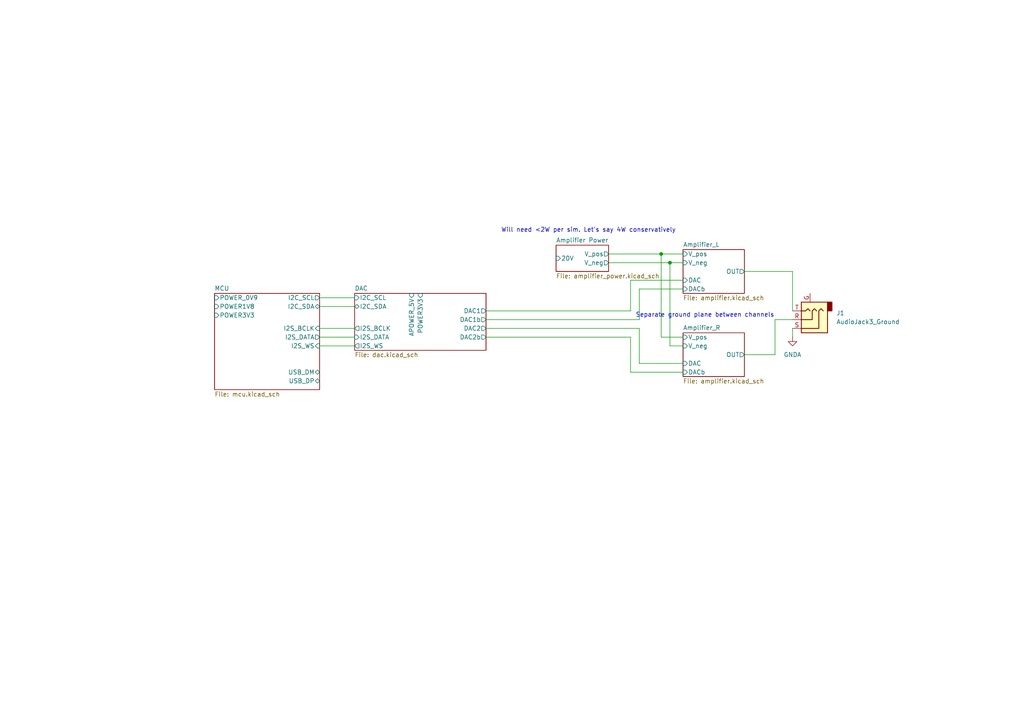
<source format=kicad_sch>
(kicad_sch (version 20250114) (generator "eeschema") (generator_version "9.0")
  (paper "A4")
  (lib_symbols
    (symbol "Connector_Audio:AudioJack3_Ground"
      (property "Reference" "J" (at 0 8.89 0))
      (property "Value" "AudioJack3_Ground" (at 0 6.35 0))
      (symbol "AudioJack3_Ground_0_1"
        (rectangle (start -5.08 -2.54) (end -6.35 -5.08) (stroke (width 0.254)) (fill (type outline)))
        (polyline (pts (xy -1.905 -2.54) (xy -1.27 -3.175) (xy -0.635 -2.54) (xy -0.635 0) (xy 2.54 0)) (stroke (width 0.254)))
        (polyline (pts (xy 0 -2.54) (xy 0.635 -3.175) (xy 1.27 -2.54) (xy 2.54 -2.54)) (stroke (width 0.254)))
        (rectangle (start 2.54 3.81) (end -5.08 -5.08) (stroke (width 0.254)) (fill (type background)))
        (polyline (pts (xy 2.54 2.54) (xy -2.54 2.54) (xy -2.54 -2.54) (xy -3.175 -3.175) (xy -3.81 -2.54)) (stroke (width 0.254)))
      )
      (symbol "AudioJack3_Ground_1_1"
        (pin passive line (at 0 -7.62 90) (length 2.54) (name "~") (number "G"))
        (pin passive line (at 5.08 2.54 180) (length 2.54) (name "~") (number "S"))
        (pin passive line (at 5.08 0 180) (length 2.54) (name "~") (number "R"))
        (pin passive line (at 5.08 -2.54 180) (length 2.54) (name "~") (number "T"))
      )
    )
    (symbol "power:GNDA" (power) (pin_numbers (hide yes)) (pin_names (offset 0) (hide yes))
      (property "Value" "GNDA" (at 0 -3.81 0))
      (symbol "GNDA_0_1"
        (polyline (pts (xy 0 0) (xy 0 -1.27) (xy 1.27 -1.27) (xy 0 -2.54) (xy -1.27 -1.27) (xy 0 -1.27)))
      )
      (symbol "GNDA_1_1"
        (pin power_in line (at 0 0 270) (length 0) (name "~") (number "1"))
      )
    )
  )
  (text "Will need <2W per sim. Let's say 4W conservatively" (at 170.688 66.802 0) (effects (font (size 1.27 1.27))))
  (text "Separate ground plane between channels" (at 204.47 91.44 0) (effects (font (size 1.27 1.27))))
  (junction (at 191.77 73.66))
  (junction (at 194.31 76.2))
  (wire (pts (xy 140.97 90.17) (xy 182.88 90.17)))
  (wire (pts (xy 215.9 78.74) (xy 229.87 78.74)))
  (wire (pts (xy 185.42 83.82) (xy 198.12 83.82)))
  (wire (pts (xy 191.77 97.79) (xy 198.12 97.79)))
  (wire (pts (xy 224.79 102.87) (xy 224.79 92.71)))
  (wire (pts (xy 191.77 73.66) (xy 198.12 73.66)))
  (wire (pts (xy 140.97 97.79) (xy 182.88 97.79)))
  (wire (pts (xy 92.71 95.25) (xy 102.87 95.25)))
  (wire (pts (xy 182.88 81.28) (xy 198.12 81.28)))
  (wire (pts (xy 92.71 100.33) (xy 102.87 100.33)))
  (wire (pts (xy 194.31 100.33) (xy 198.12 100.33)))
  (wire (pts (xy 215.9 102.87) (xy 224.79 102.87)))
  (wire (pts (xy 191.77 73.66) (xy 191.77 97.79)))
  (wire (pts (xy 92.71 97.79) (xy 102.87 97.79)))
  (wire (pts (xy 176.53 76.2) (xy 194.31 76.2)))
  (wire (pts (xy 185.42 105.41) (xy 198.12 105.41)))
  (wire (pts (xy 185.42 92.71) (xy 185.42 83.82)))
  (wire (pts (xy 92.71 86.36) (xy 102.87 86.36)))
  (wire (pts (xy 140.97 92.71) (xy 185.42 92.71)))
  (wire (pts (xy 224.79 92.71) (xy 229.87 92.71)))
  (wire (pts (xy 229.87 95.25) (xy 229.87 97.79)))
  (wire (pts (xy 185.42 95.25) (xy 185.42 105.41)))
  (wire (pts (xy 229.87 78.74) (xy 229.87 90.17)))
  (wire (pts (xy 194.31 76.2) (xy 198.12 76.2)))
  (wire (pts (xy 182.88 97.79) (xy 182.88 107.95)))
  (wire (pts (xy 194.31 76.2) (xy 194.31 100.33)))
  (wire (pts (xy 176.53 73.66) (xy 191.77 73.66)))
  (wire (pts (xy 92.71 88.9) (xy 102.87 88.9)))
  (wire (pts (xy 182.88 90.17) (xy 182.88 81.28)))
  (wire (pts (xy 140.97 95.25) (xy 185.42 95.25)))
  (wire (pts (xy 182.88 107.95) (xy 198.12 107.95)))
  (symbol (lib_id "Connector_Audio:AudioJack3_Ground") (at 234.95 92.71 180) (unit 1)
    (property "Reference" "J1" (at 242.57 90.8049 0) (effects (justify right)))
    (property "Value" "AudioJack3_Ground" (at 242.57 93.3449 0) (effects (justify right)))
    (property "Description" "Audio Jack, 3 Poles (Stereo / TRS), Grounded Sleeve" (effects (hide yes)))
  )
  (symbol (lib_id "power:GNDA") (at 229.87 97.79 0) (unit 1)
    (property "Reference" "#PWR018" (effects (hide yes)))
    (property "Value" "GNDA" (at 229.87 102.87 0))
    (property "Description" "Power symbol creates a global label with name \"GNDA\" , analog ground" (effects (hide yes)))
  )
  (sheet (at 62.23 85.09) (size 30.48 27.94) (stroke (width 0.1524))
    (property "Sheetname" "MCU" (at 62.23 84.3784 0) (effects (justify left bottom)))
    (property "Sheetfile" "mcu.kicad_sch" (at 62.23 113.6146 0) (effects (justify left top)))
    (pin "I2C_SCL" output (at 92.71 86.36 0))
    (pin "I2C_SDA" bidirectional (at 92.71 88.9 0))
    (pin "I2S_BCLK" input (at 92.71 95.25 0))
    (pin "I2S_DATA" output (at 92.71 97.79 0))
    (pin "I2S_WS" input (at 92.71 100.33 0))
    (pin "POWER1V8" input (at 62.23 88.9 180))
    (pin "POWER3V3" input (at 62.23 91.44 180))
    (pin "POWER_0V9" input (at 62.23 86.36 180))
    (pin "USB_DM" bidirectional (at 92.71 107.95 0))
    (pin "USB_DP" bidirectional (at 92.71 110.49 0))
  )
  (sheet (at 102.87 85.09) (size 38.1 16.51) (stroke (width 0.1524))
    (property "Sheetname" "DAC" (at 102.87 84.3784 0) (effects (justify left bottom)))
    (property "Sheetfile" "dac.kicad_sch" (at 102.87 102.1846 0) (effects (justify left top)))
    (pin "APOWER_5V" input (at 119.38 85.09 90))
    (pin "DAC1" output (at 140.97 90.17 0))
    (pin "DAC1b" output (at 140.97 92.71 0))
    (pin "DAC2" output (at 140.97 95.25 0))
    (pin "DAC2b" output (at 140.97 97.79 0))
    (pin "I2C_SCL" input (at 102.87 86.36 180))
    (pin "I2C_SDA" bidirectional (at 102.87 88.9 180))
    (pin "I2S_BCLK" output (at 102.87 95.25 180))
    (pin "I2S_DATA" input (at 102.87 97.79 180))
    (pin "I2S_WS" output (at 102.87 100.33 180))
    (pin "POWER3V3" input (at 121.92 85.09 90))
  )
  (sheet (at 198.12 72.39) (size 17.78 12.7) (stroke (width 0.1524))
    (property "Sheetname" "Amplifier_L" (at 198.12 71.6784 0) (effects (justify left bottom)))
    (property "Sheetfile" "amplifier.kicad_sch" (at 198.12 85.6746 0) (effects (justify left top)))
    (pin "DAC" input (at 198.12 81.28 180))
    (pin "DACb" input (at 198.12 83.82 180))
    (pin "OUT" output (at 215.9 78.74 0))
    (pin "V_neg" input (at 198.12 76.2 180))
    (pin "V_pos" input (at 198.12 73.66 180))
  )
  (sheet (at 161.29 71.12) (size 15.24 7.62) (stroke (width 0.1524))
    (property "Sheetname" "Amplifier Power" (at 161.29 70.4084 0) (effects (justify left bottom)))
    (property "Sheetfile" "amplifier_power.kicad_sch" (at 161.29 79.3246 0) (effects (justify left top)))
    (pin "V_neg" output (at 176.53 76.2 0))
    (pin "V_pos" output (at 176.53 73.66 0))
    (pin "20V" input (at 161.29 74.93 180))
  )
  (sheet (at 198.12 96.52) (size 17.78 12.7) (stroke (width 0.1524))
    (property "Sheetname" "Amplifier_R" (at 198.12 95.8084 0) (effects (justify left bottom)))
    (property "Sheetfile" "amplifier.kicad_sch" (at 198.12 109.8046 0) (effects (justify left top)))
    (pin "DAC" input (at 198.12 105.41 180))
    (pin "DACb" input (at 198.12 107.95 180))
    (pin "OUT" output (at 215.9 102.87 0))
    (pin "V_neg" input (at 198.12 100.33 180))
    (pin "V_pos" input (at 198.12 97.79 180))
  )
)
</source>
